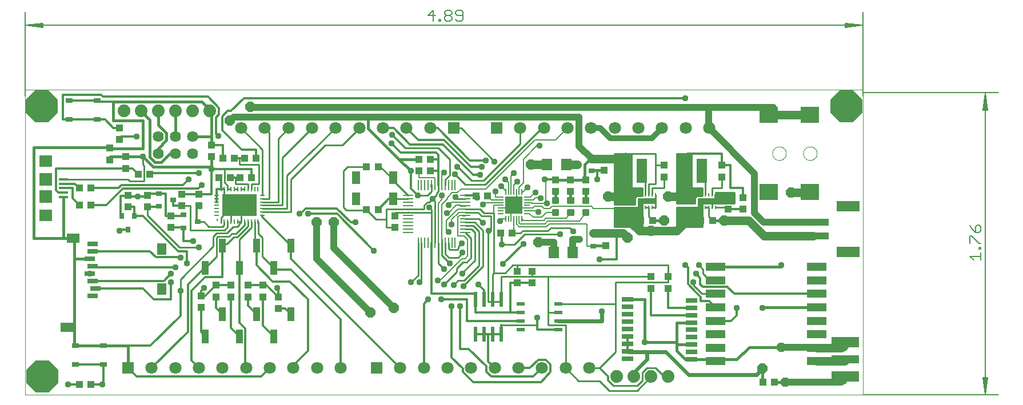
<source format=gtl>
G75*
%MOIN*%
%OFA0B0*%
%FSLAX25Y25*%
%IPPOS*%
%LPD*%
%AMOC8*
5,1,8,0,0,1.08239X$1,22.5*
%
%ADD10C,0.00000*%
%ADD11C,0.00512*%
%ADD12C,0.00600*%
%ADD13R,0.10630X0.06299*%
%ADD14R,0.04331X0.03937*%
%ADD15R,0.03937X0.04331*%
%ADD16C,0.01181*%
%ADD17R,0.06299X0.07087*%
%ADD18R,0.02362X0.08661*%
%ADD19C,0.06400*%
%ADD20C,0.07400*%
%ADD21R,0.07087X0.07087*%
%ADD22C,0.07087*%
%ADD23R,0.05512X0.01378*%
%ADD24R,0.07480X0.07087*%
%ADD25R,0.07480X0.07480*%
%ADD26R,0.18110X0.03937*%
%ADD27R,0.13386X0.06299*%
%ADD28R,0.05906X0.14173*%
%ADD29R,0.03543X0.03150*%
%ADD30R,0.03150X0.03543*%
%ADD31R,0.04724X0.02362*%
%ADD32R,0.07480X0.05512*%
%ADD33R,0.05512X0.07087*%
%ADD34R,0.05906X0.02756*%
%ADD35R,0.00984X0.01969*%
%ADD36R,0.09449X0.03307*%
%ADD37R,0.05118X0.07480*%
%ADD38R,0.07087X0.02756*%
%ADD39R,0.00984X0.02756*%
%ADD40R,0.02756X0.00984*%
%ADD41R,0.20472X0.12598*%
%ADD42R,0.00886X0.01673*%
%ADD43R,0.05906X0.01102*%
%ADD44R,0.01102X0.05906*%
%ADD45R,0.11811X0.04724*%
%ADD46R,0.00787X0.03346*%
%ADD47R,0.03346X0.00787*%
%ADD48R,0.10433X0.10433*%
%ADD49R,0.16000X0.06000*%
%ADD50R,0.16000X0.05000*%
%ADD51R,0.11024X0.09449*%
%ADD52R,0.04134X0.02559*%
%ADD53R,0.03937X0.07874*%
%ADD54C,0.01000*%
%ADD55C,0.00800*%
%ADD56OC8,0.03569*%
%ADD57C,0.01200*%
%ADD58OC8,0.05906*%
%ADD59C,0.05000*%
%ADD60C,0.02400*%
%ADD61C,0.04000*%
%ADD62C,0.01600*%
%ADD63OC8,0.05315*%
%ADD64C,0.03200*%
%ADD65OC8,0.18750*%
D10*
X0001256Y0009875D02*
X0001256Y0188103D01*
X0489957Y0188103D01*
X0489957Y0009875D01*
X0001256Y0009875D01*
X0437068Y0150813D02*
X0437070Y0150939D01*
X0437076Y0151065D01*
X0437086Y0151191D01*
X0437100Y0151317D01*
X0437118Y0151442D01*
X0437140Y0151566D01*
X0437165Y0151690D01*
X0437195Y0151813D01*
X0437228Y0151934D01*
X0437266Y0152055D01*
X0437307Y0152174D01*
X0437352Y0152293D01*
X0437400Y0152409D01*
X0437452Y0152524D01*
X0437508Y0152637D01*
X0437568Y0152749D01*
X0437631Y0152858D01*
X0437697Y0152966D01*
X0437766Y0153071D01*
X0437839Y0153174D01*
X0437916Y0153275D01*
X0437995Y0153373D01*
X0438077Y0153469D01*
X0438163Y0153562D01*
X0438251Y0153653D01*
X0438342Y0153740D01*
X0438436Y0153825D01*
X0438532Y0153906D01*
X0438631Y0153985D01*
X0438732Y0154060D01*
X0438836Y0154132D01*
X0438942Y0154201D01*
X0439050Y0154267D01*
X0439160Y0154329D01*
X0439272Y0154387D01*
X0439385Y0154442D01*
X0439501Y0154493D01*
X0439618Y0154541D01*
X0439736Y0154585D01*
X0439856Y0154625D01*
X0439977Y0154661D01*
X0440099Y0154694D01*
X0440222Y0154723D01*
X0440346Y0154747D01*
X0440470Y0154768D01*
X0440595Y0154785D01*
X0440721Y0154798D01*
X0440847Y0154807D01*
X0440973Y0154812D01*
X0441100Y0154813D01*
X0441226Y0154810D01*
X0441352Y0154803D01*
X0441478Y0154792D01*
X0441603Y0154777D01*
X0441728Y0154758D01*
X0441852Y0154735D01*
X0441976Y0154709D01*
X0442098Y0154678D01*
X0442220Y0154644D01*
X0442340Y0154605D01*
X0442459Y0154563D01*
X0442577Y0154518D01*
X0442693Y0154468D01*
X0442808Y0154415D01*
X0442920Y0154358D01*
X0443031Y0154298D01*
X0443140Y0154234D01*
X0443247Y0154167D01*
X0443352Y0154097D01*
X0443455Y0154023D01*
X0443555Y0153946D01*
X0443653Y0153866D01*
X0443748Y0153783D01*
X0443840Y0153697D01*
X0443930Y0153608D01*
X0444017Y0153516D01*
X0444100Y0153422D01*
X0444181Y0153325D01*
X0444259Y0153225D01*
X0444334Y0153123D01*
X0444405Y0153019D01*
X0444473Y0152912D01*
X0444537Y0152804D01*
X0444598Y0152693D01*
X0444656Y0152581D01*
X0444710Y0152467D01*
X0444760Y0152351D01*
X0444807Y0152234D01*
X0444850Y0152115D01*
X0444889Y0151995D01*
X0444925Y0151874D01*
X0444956Y0151751D01*
X0444984Y0151628D01*
X0445008Y0151504D01*
X0445028Y0151379D01*
X0445044Y0151254D01*
X0445056Y0151128D01*
X0445064Y0151002D01*
X0445068Y0150876D01*
X0445068Y0150750D01*
X0445064Y0150624D01*
X0445056Y0150498D01*
X0445044Y0150372D01*
X0445028Y0150247D01*
X0445008Y0150122D01*
X0444984Y0149998D01*
X0444956Y0149875D01*
X0444925Y0149752D01*
X0444889Y0149631D01*
X0444850Y0149511D01*
X0444807Y0149392D01*
X0444760Y0149275D01*
X0444710Y0149159D01*
X0444656Y0149045D01*
X0444598Y0148933D01*
X0444537Y0148822D01*
X0444473Y0148714D01*
X0444405Y0148607D01*
X0444334Y0148503D01*
X0444259Y0148401D01*
X0444181Y0148301D01*
X0444100Y0148204D01*
X0444017Y0148110D01*
X0443930Y0148018D01*
X0443840Y0147929D01*
X0443748Y0147843D01*
X0443653Y0147760D01*
X0443555Y0147680D01*
X0443455Y0147603D01*
X0443352Y0147529D01*
X0443247Y0147459D01*
X0443140Y0147392D01*
X0443031Y0147328D01*
X0442920Y0147268D01*
X0442808Y0147211D01*
X0442693Y0147158D01*
X0442577Y0147108D01*
X0442459Y0147063D01*
X0442340Y0147021D01*
X0442220Y0146982D01*
X0442098Y0146948D01*
X0441976Y0146917D01*
X0441852Y0146891D01*
X0441728Y0146868D01*
X0441603Y0146849D01*
X0441478Y0146834D01*
X0441352Y0146823D01*
X0441226Y0146816D01*
X0441100Y0146813D01*
X0440973Y0146814D01*
X0440847Y0146819D01*
X0440721Y0146828D01*
X0440595Y0146841D01*
X0440470Y0146858D01*
X0440346Y0146879D01*
X0440222Y0146903D01*
X0440099Y0146932D01*
X0439977Y0146965D01*
X0439856Y0147001D01*
X0439736Y0147041D01*
X0439618Y0147085D01*
X0439501Y0147133D01*
X0439385Y0147184D01*
X0439272Y0147239D01*
X0439160Y0147297D01*
X0439050Y0147359D01*
X0438942Y0147425D01*
X0438836Y0147494D01*
X0438732Y0147566D01*
X0438631Y0147641D01*
X0438532Y0147720D01*
X0438436Y0147801D01*
X0438342Y0147886D01*
X0438251Y0147973D01*
X0438163Y0148064D01*
X0438077Y0148157D01*
X0437995Y0148253D01*
X0437916Y0148351D01*
X0437839Y0148452D01*
X0437766Y0148555D01*
X0437697Y0148660D01*
X0437631Y0148768D01*
X0437568Y0148877D01*
X0437508Y0148989D01*
X0437452Y0149102D01*
X0437400Y0149217D01*
X0437352Y0149333D01*
X0437307Y0149452D01*
X0437266Y0149571D01*
X0437228Y0149692D01*
X0437195Y0149813D01*
X0437165Y0149936D01*
X0437140Y0150060D01*
X0437118Y0150184D01*
X0437100Y0150309D01*
X0437086Y0150435D01*
X0437076Y0150561D01*
X0437070Y0150687D01*
X0437068Y0150813D01*
X0455068Y0150813D02*
X0455070Y0150939D01*
X0455076Y0151065D01*
X0455086Y0151191D01*
X0455100Y0151317D01*
X0455118Y0151442D01*
X0455140Y0151566D01*
X0455165Y0151690D01*
X0455195Y0151813D01*
X0455228Y0151934D01*
X0455266Y0152055D01*
X0455307Y0152174D01*
X0455352Y0152293D01*
X0455400Y0152409D01*
X0455452Y0152524D01*
X0455508Y0152637D01*
X0455568Y0152749D01*
X0455631Y0152858D01*
X0455697Y0152966D01*
X0455766Y0153071D01*
X0455839Y0153174D01*
X0455916Y0153275D01*
X0455995Y0153373D01*
X0456077Y0153469D01*
X0456163Y0153562D01*
X0456251Y0153653D01*
X0456342Y0153740D01*
X0456436Y0153825D01*
X0456532Y0153906D01*
X0456631Y0153985D01*
X0456732Y0154060D01*
X0456836Y0154132D01*
X0456942Y0154201D01*
X0457050Y0154267D01*
X0457160Y0154329D01*
X0457272Y0154387D01*
X0457385Y0154442D01*
X0457501Y0154493D01*
X0457618Y0154541D01*
X0457736Y0154585D01*
X0457856Y0154625D01*
X0457977Y0154661D01*
X0458099Y0154694D01*
X0458222Y0154723D01*
X0458346Y0154747D01*
X0458470Y0154768D01*
X0458595Y0154785D01*
X0458721Y0154798D01*
X0458847Y0154807D01*
X0458973Y0154812D01*
X0459100Y0154813D01*
X0459226Y0154810D01*
X0459352Y0154803D01*
X0459478Y0154792D01*
X0459603Y0154777D01*
X0459728Y0154758D01*
X0459852Y0154735D01*
X0459976Y0154709D01*
X0460098Y0154678D01*
X0460220Y0154644D01*
X0460340Y0154605D01*
X0460459Y0154563D01*
X0460577Y0154518D01*
X0460693Y0154468D01*
X0460808Y0154415D01*
X0460920Y0154358D01*
X0461031Y0154298D01*
X0461140Y0154234D01*
X0461247Y0154167D01*
X0461352Y0154097D01*
X0461455Y0154023D01*
X0461555Y0153946D01*
X0461653Y0153866D01*
X0461748Y0153783D01*
X0461840Y0153697D01*
X0461930Y0153608D01*
X0462017Y0153516D01*
X0462100Y0153422D01*
X0462181Y0153325D01*
X0462259Y0153225D01*
X0462334Y0153123D01*
X0462405Y0153019D01*
X0462473Y0152912D01*
X0462537Y0152804D01*
X0462598Y0152693D01*
X0462656Y0152581D01*
X0462710Y0152467D01*
X0462760Y0152351D01*
X0462807Y0152234D01*
X0462850Y0152115D01*
X0462889Y0151995D01*
X0462925Y0151874D01*
X0462956Y0151751D01*
X0462984Y0151628D01*
X0463008Y0151504D01*
X0463028Y0151379D01*
X0463044Y0151254D01*
X0463056Y0151128D01*
X0463064Y0151002D01*
X0463068Y0150876D01*
X0463068Y0150750D01*
X0463064Y0150624D01*
X0463056Y0150498D01*
X0463044Y0150372D01*
X0463028Y0150247D01*
X0463008Y0150122D01*
X0462984Y0149998D01*
X0462956Y0149875D01*
X0462925Y0149752D01*
X0462889Y0149631D01*
X0462850Y0149511D01*
X0462807Y0149392D01*
X0462760Y0149275D01*
X0462710Y0149159D01*
X0462656Y0149045D01*
X0462598Y0148933D01*
X0462537Y0148822D01*
X0462473Y0148714D01*
X0462405Y0148607D01*
X0462334Y0148503D01*
X0462259Y0148401D01*
X0462181Y0148301D01*
X0462100Y0148204D01*
X0462017Y0148110D01*
X0461930Y0148018D01*
X0461840Y0147929D01*
X0461748Y0147843D01*
X0461653Y0147760D01*
X0461555Y0147680D01*
X0461455Y0147603D01*
X0461352Y0147529D01*
X0461247Y0147459D01*
X0461140Y0147392D01*
X0461031Y0147328D01*
X0460920Y0147268D01*
X0460808Y0147211D01*
X0460693Y0147158D01*
X0460577Y0147108D01*
X0460459Y0147063D01*
X0460340Y0147021D01*
X0460220Y0146982D01*
X0460098Y0146948D01*
X0459976Y0146917D01*
X0459852Y0146891D01*
X0459728Y0146868D01*
X0459603Y0146849D01*
X0459478Y0146834D01*
X0459352Y0146823D01*
X0459226Y0146816D01*
X0459100Y0146813D01*
X0458973Y0146814D01*
X0458847Y0146819D01*
X0458721Y0146828D01*
X0458595Y0146841D01*
X0458470Y0146858D01*
X0458346Y0146879D01*
X0458222Y0146903D01*
X0458099Y0146932D01*
X0457977Y0146965D01*
X0457856Y0147001D01*
X0457736Y0147041D01*
X0457618Y0147085D01*
X0457501Y0147133D01*
X0457385Y0147184D01*
X0457272Y0147239D01*
X0457160Y0147297D01*
X0457050Y0147359D01*
X0456942Y0147425D01*
X0456836Y0147494D01*
X0456732Y0147566D01*
X0456631Y0147641D01*
X0456532Y0147720D01*
X0456436Y0147801D01*
X0456342Y0147886D01*
X0456251Y0147973D01*
X0456163Y0148064D01*
X0456077Y0148157D01*
X0455995Y0148253D01*
X0455916Y0148351D01*
X0455839Y0148452D01*
X0455766Y0148555D01*
X0455697Y0148660D01*
X0455631Y0148768D01*
X0455568Y0148877D01*
X0455508Y0148989D01*
X0455452Y0149102D01*
X0455400Y0149217D01*
X0455352Y0149333D01*
X0455307Y0149452D01*
X0455266Y0149571D01*
X0455228Y0149692D01*
X0455195Y0149813D01*
X0455165Y0149936D01*
X0455140Y0150060D01*
X0455118Y0150184D01*
X0455100Y0150309D01*
X0455086Y0150435D01*
X0455076Y0150561D01*
X0455070Y0150687D01*
X0455068Y0150813D01*
D11*
X0489957Y0184353D02*
X0489957Y0233177D01*
X0489701Y0225500D02*
X0479720Y0226524D01*
X0479720Y0226757D02*
X0479720Y0224243D01*
X0489701Y0225500D01*
X0479720Y0224476D01*
X0479720Y0224988D02*
X0489701Y0225500D01*
X0479720Y0226012D01*
X0479720Y0226757D02*
X0489701Y0225500D01*
X0001512Y0225500D01*
X0011492Y0224476D01*
X0011492Y0224243D02*
X0001512Y0225500D01*
X0011492Y0226524D01*
X0011492Y0226757D02*
X0011492Y0224243D01*
X0011492Y0224988D02*
X0001512Y0225500D01*
X0011492Y0226012D01*
X0011492Y0226757D02*
X0001512Y0225500D01*
X0001256Y0233177D02*
X0001256Y0184353D01*
X0489957Y0186228D02*
X0568933Y0186228D01*
X0561256Y0185972D02*
X0562280Y0175992D01*
X0562513Y0175992D02*
X0561256Y0185972D01*
X0560232Y0175992D01*
X0559999Y0175992D02*
X0562513Y0175992D01*
X0561768Y0175992D02*
X0561256Y0185972D01*
X0560744Y0175992D01*
X0559999Y0175992D02*
X0561256Y0185972D01*
X0561256Y0010131D01*
X0562280Y0020111D01*
X0562513Y0020111D02*
X0561256Y0010131D01*
X0560232Y0020111D01*
X0559999Y0020111D02*
X0562513Y0020111D01*
X0561768Y0020111D02*
X0561256Y0010131D01*
X0560744Y0020111D01*
X0559999Y0020111D02*
X0561256Y0010131D01*
X0568933Y0009875D02*
X0489957Y0009875D01*
D12*
X0554424Y0088600D02*
X0552289Y0090735D01*
X0558694Y0090735D01*
X0558694Y0088600D02*
X0558694Y0092870D01*
X0558694Y0095045D02*
X0558694Y0096113D01*
X0557627Y0096113D01*
X0557627Y0095045D01*
X0558694Y0095045D01*
X0558694Y0098268D02*
X0557627Y0098268D01*
X0553356Y0102539D01*
X0552289Y0102539D01*
X0552289Y0098268D01*
X0555491Y0104714D02*
X0555491Y0107916D01*
X0556559Y0108984D01*
X0557627Y0108984D01*
X0558694Y0107916D01*
X0558694Y0105781D01*
X0557627Y0104714D01*
X0555491Y0104714D01*
X0553356Y0106849D01*
X0552289Y0108984D01*
X0256539Y0229129D02*
X0255471Y0228062D01*
X0253336Y0228062D01*
X0252268Y0229129D01*
X0250093Y0229129D02*
X0249026Y0228062D01*
X0246890Y0228062D01*
X0245823Y0229129D01*
X0245823Y0230197D01*
X0246890Y0231265D01*
X0249026Y0231265D01*
X0250093Y0230197D01*
X0250093Y0229129D01*
X0249026Y0231265D02*
X0250093Y0232332D01*
X0250093Y0233400D01*
X0249026Y0234467D01*
X0246890Y0234467D01*
X0245823Y0233400D01*
X0245823Y0232332D01*
X0246890Y0231265D01*
X0243668Y0229129D02*
X0243668Y0228062D01*
X0242600Y0228062D01*
X0242600Y0229129D01*
X0243668Y0229129D01*
X0240425Y0231265D02*
X0236155Y0231265D01*
X0239357Y0234467D01*
X0239357Y0228062D01*
X0252268Y0232332D02*
X0252268Y0233400D01*
X0253336Y0234467D01*
X0255471Y0234467D01*
X0256539Y0233400D01*
X0256539Y0229129D01*
X0256539Y0231265D02*
X0253336Y0231265D01*
X0252268Y0232332D01*
D13*
X0351256Y0124762D03*
X0351256Y0113738D03*
X0386256Y0113738D03*
X0386256Y0124762D03*
D14*
X0373756Y0137154D03*
X0373756Y0143846D03*
X0407506Y0143846D03*
X0407506Y0137154D03*
X0411256Y0125096D03*
X0420006Y0125096D03*
X0420006Y0118404D03*
X0411256Y0118404D03*
X0402102Y0111750D03*
X0395409Y0111750D03*
X0367102Y0111750D03*
X0360409Y0111750D03*
X0340006Y0103846D03*
X0340006Y0097154D03*
X0366256Y0078846D03*
X0376256Y0078846D03*
X0376256Y0072154D03*
X0366256Y0072154D03*
X0296881Y0075279D03*
X0288131Y0075279D03*
X0288131Y0081971D03*
X0296881Y0081971D03*
X0207102Y0118000D03*
X0200409Y0118000D03*
X0231034Y0140500D03*
X0237727Y0140500D03*
X0237727Y0147375D03*
X0231034Y0147375D03*
X0207102Y0143000D03*
X0200409Y0143000D03*
X0102506Y0126971D03*
X0092506Y0126971D03*
X0092506Y0120279D03*
X0102506Y0120279D03*
X0086256Y0114471D03*
X0086256Y0107779D03*
X0072506Y0119654D03*
X0061256Y0119654D03*
X0061256Y0126346D03*
X0072506Y0126346D03*
X0060006Y0142154D03*
X0060006Y0148846D03*
X0056256Y0159029D03*
X0056256Y0165721D03*
X0310631Y0135409D03*
X0310631Y0128716D03*
X0319381Y0128716D03*
X0328131Y0128716D03*
X0328131Y0135409D03*
X0319381Y0135409D03*
X0338756Y0140904D03*
X0338756Y0147596D03*
X0431659Y0017375D03*
X0438352Y0017375D03*
D15*
X0285227Y0104250D03*
X0278534Y0104250D03*
X0270852Y0126125D03*
X0264159Y0126125D03*
X0216881Y0114471D03*
X0216881Y0107779D03*
X0140006Y0073846D03*
X0131256Y0073846D03*
X0121256Y0073846D03*
X0112506Y0073846D03*
X0112506Y0067154D03*
X0103756Y0067596D03*
X0103756Y0060904D03*
X0121256Y0067154D03*
X0131256Y0067154D03*
X0140006Y0067154D03*
X0148756Y0066971D03*
X0148756Y0060279D03*
X0039602Y0016125D03*
X0032909Y0016125D03*
X0032909Y0120500D03*
X0039602Y0120500D03*
X0039602Y0130500D03*
X0032909Y0130500D03*
X0067284Y0138625D03*
X0073977Y0138625D03*
X0050631Y0147154D03*
X0050631Y0153846D03*
X0110006Y0155721D03*
X0110006Y0149029D03*
X0116659Y0148000D03*
X0123352Y0148000D03*
X0129159Y0148000D03*
X0135852Y0148000D03*
X0133352Y0136750D03*
X0126659Y0136750D03*
X0120852Y0136750D03*
X0114159Y0136750D03*
D16*
X0309253Y0124706D02*
X0312009Y0124706D01*
X0312009Y0121950D01*
X0309253Y0121950D01*
X0309253Y0124706D01*
X0309253Y0123130D02*
X0312009Y0123130D01*
X0312009Y0124310D02*
X0309253Y0124310D01*
X0318003Y0124706D02*
X0320759Y0124706D01*
X0320759Y0121950D01*
X0318003Y0121950D01*
X0318003Y0124706D01*
X0318003Y0123130D02*
X0320759Y0123130D01*
X0320759Y0124310D02*
X0318003Y0124310D01*
X0326753Y0124706D02*
X0329509Y0124706D01*
X0329509Y0121950D01*
X0326753Y0121950D01*
X0326753Y0124706D01*
X0326753Y0123130D02*
X0329509Y0123130D01*
X0329509Y0124310D02*
X0326753Y0124310D01*
X0326753Y0117800D02*
X0329509Y0117800D01*
X0329509Y0115044D01*
X0326753Y0115044D01*
X0326753Y0117800D01*
X0326753Y0116224D02*
X0329509Y0116224D01*
X0329509Y0117404D02*
X0326753Y0117404D01*
X0320759Y0117800D02*
X0318003Y0117800D01*
X0320759Y0117800D02*
X0320759Y0115044D01*
X0318003Y0115044D01*
X0318003Y0117800D01*
X0318003Y0116224D02*
X0320759Y0116224D01*
X0320759Y0117404D02*
X0318003Y0117404D01*
X0312009Y0117800D02*
X0309253Y0117800D01*
X0312009Y0117800D02*
X0312009Y0115044D01*
X0309253Y0115044D01*
X0309253Y0117800D01*
X0309253Y0116224D02*
X0312009Y0116224D01*
X0312009Y0117404D02*
X0309253Y0117404D01*
D17*
X0309494Y0093000D03*
X0320518Y0093000D03*
X0316768Y0144250D03*
X0305744Y0144250D03*
D18*
X0278756Y0065736D03*
X0273756Y0065736D03*
X0268756Y0065736D03*
X0263756Y0065736D03*
X0263756Y0045264D03*
X0268756Y0045264D03*
X0273756Y0045264D03*
X0278756Y0045264D03*
D19*
X0098756Y0150500D03*
X0088756Y0150500D03*
X0078756Y0150500D03*
X0078756Y0160500D03*
X0088756Y0160500D03*
X0098756Y0160500D03*
D20*
X0098756Y0175500D03*
X0108756Y0175500D03*
X0088756Y0175500D03*
X0078756Y0175500D03*
X0068756Y0175500D03*
X0058756Y0175500D03*
X0346256Y0020500D03*
X0356256Y0020500D03*
X0366256Y0020500D03*
X0376256Y0020500D03*
D21*
X0206256Y0025500D03*
X0061256Y0025500D03*
X0251256Y0165500D03*
X0276256Y0165500D03*
D22*
X0290035Y0165500D03*
X0303815Y0165500D03*
X0317594Y0165500D03*
X0331374Y0165500D03*
X0345154Y0165500D03*
X0358933Y0165500D03*
X0372713Y0165500D03*
X0386492Y0165500D03*
X0400272Y0165500D03*
X0237476Y0165500D03*
X0223697Y0165500D03*
X0209917Y0165500D03*
X0196138Y0165500D03*
X0182358Y0165500D03*
X0168579Y0165500D03*
X0154799Y0165500D03*
X0141020Y0165500D03*
X0127240Y0165500D03*
X0130154Y0025500D03*
X0116374Y0025500D03*
X0102594Y0025500D03*
X0088815Y0025500D03*
X0075035Y0025500D03*
X0143933Y0025500D03*
X0157713Y0025500D03*
X0171492Y0025500D03*
X0185272Y0025500D03*
X0220035Y0025500D03*
X0233815Y0025500D03*
X0247594Y0025500D03*
X0261374Y0025500D03*
X0275154Y0025500D03*
X0288933Y0025500D03*
X0302713Y0025500D03*
X0316492Y0025500D03*
X0330272Y0025500D03*
D23*
X0023564Y0125382D03*
X0023564Y0127941D03*
X0023564Y0130500D03*
X0023564Y0133059D03*
X0023564Y0135618D03*
D24*
X0013131Y0146248D03*
X0013131Y0114752D03*
D25*
X0013131Y0125500D03*
X0013131Y0135500D03*
D26*
X0460751Y0110687D03*
X0460751Y0102813D03*
D27*
X0481224Y0093364D03*
X0481224Y0120136D03*
D28*
X0395783Y0140500D03*
X0386728Y0140500D03*
X0360783Y0140500D03*
X0351728Y0140500D03*
D29*
X0331443Y0140510D03*
X0323175Y0144250D03*
X0331443Y0147990D03*
X0332693Y0104240D03*
X0324425Y0100500D03*
X0332693Y0096760D03*
X0101837Y0111125D03*
X0093569Y0107385D03*
X0093569Y0114865D03*
X0087462Y0123625D03*
X0079194Y0127365D03*
X0079194Y0119885D03*
D30*
X0064996Y0114437D03*
X0057516Y0114437D03*
X0061256Y0106169D03*
D31*
X0290232Y0063000D03*
X0290232Y0058000D03*
X0290232Y0053000D03*
X0290232Y0048000D03*
X0312280Y0048000D03*
X0312280Y0053000D03*
X0312280Y0058000D03*
X0312280Y0063000D03*
D32*
X0029199Y0101425D03*
X0025656Y0049457D03*
D33*
X0080774Y0071504D03*
X0080774Y0095126D03*
D34*
X0040616Y0093551D03*
X0040616Y0097882D03*
X0039041Y0089220D03*
X0040616Y0084890D03*
X0039041Y0080559D03*
X0040616Y0076228D03*
X0042191Y0071898D03*
X0040616Y0067567D03*
D35*
X0361069Y0119260D03*
X0363037Y0119260D03*
X0365006Y0119260D03*
X0366974Y0119260D03*
X0368943Y0119260D03*
X0368943Y0126740D03*
X0366974Y0126740D03*
X0365006Y0126740D03*
X0363037Y0126740D03*
X0361069Y0126740D03*
X0396069Y0126740D03*
X0398037Y0126740D03*
X0400006Y0126740D03*
X0401974Y0126740D03*
X0403943Y0126740D03*
X0403943Y0119260D03*
X0401974Y0119260D03*
X0400006Y0119260D03*
X0398037Y0119260D03*
X0396069Y0119260D03*
D36*
X0400006Y0123000D03*
X0365006Y0123000D03*
D37*
X0215833Y0124201D03*
X0194179Y0124201D03*
X0194179Y0136799D03*
X0215833Y0136799D03*
D38*
X0352555Y0065500D03*
X0352555Y0061169D03*
X0352555Y0056839D03*
X0352555Y0052508D03*
X0352555Y0048177D03*
X0352555Y0043846D03*
X0352555Y0039516D03*
X0352555Y0035185D03*
X0352555Y0030854D03*
X0389957Y0030500D03*
X0389957Y0034831D03*
X0389957Y0039161D03*
X0389957Y0043492D03*
X0389957Y0047823D03*
X0389957Y0052154D03*
X0389957Y0056484D03*
X0389957Y0060815D03*
X0389957Y0065146D03*
D39*
X0137083Y0111051D03*
X0135114Y0111051D03*
X0133146Y0111051D03*
X0131177Y0111051D03*
X0129209Y0111051D03*
X0127240Y0111051D03*
X0125272Y0111051D03*
X0123303Y0111051D03*
X0121335Y0111051D03*
X0119366Y0111051D03*
X0117398Y0111051D03*
X0115429Y0111051D03*
X0115429Y0129949D03*
X0117398Y0129949D03*
X0119366Y0129949D03*
X0121335Y0129949D03*
X0123303Y0129949D03*
X0125272Y0129949D03*
X0127240Y0129949D03*
X0129209Y0129949D03*
X0131177Y0129949D03*
X0133146Y0129949D03*
X0135114Y0129949D03*
X0137083Y0129949D03*
D40*
X0139642Y0126406D03*
X0139642Y0124437D03*
X0139642Y0122469D03*
X0139642Y0120500D03*
X0139642Y0118531D03*
X0139642Y0116563D03*
X0139642Y0114594D03*
X0112870Y0114594D03*
X0112870Y0116563D03*
X0112870Y0118531D03*
X0112870Y0120500D03*
X0112870Y0122469D03*
X0112870Y0124437D03*
X0112870Y0126406D03*
D41*
X0126256Y0120500D03*
D42*
X0113411Y0111986D03*
D43*
X0224524Y0112547D03*
X0224524Y0110579D03*
X0224524Y0108610D03*
X0224524Y0106642D03*
X0224524Y0104673D03*
X0224524Y0114516D03*
X0224524Y0116484D03*
X0224524Y0118453D03*
X0224524Y0120421D03*
X0224524Y0122390D03*
X0224524Y0124358D03*
X0224524Y0126327D03*
X0257988Y0126327D03*
X0257988Y0124358D03*
X0257988Y0122390D03*
X0257988Y0120421D03*
X0257988Y0118453D03*
X0257988Y0116484D03*
X0257988Y0114516D03*
X0257988Y0112547D03*
X0257988Y0110579D03*
X0257988Y0108610D03*
X0257988Y0106642D03*
X0257988Y0104673D03*
D44*
X0252083Y0098768D03*
X0250114Y0098768D03*
X0248146Y0098768D03*
X0246177Y0098768D03*
X0244209Y0098768D03*
X0242240Y0098768D03*
X0240272Y0098768D03*
X0238303Y0098768D03*
X0236335Y0098768D03*
X0234366Y0098768D03*
X0232398Y0098768D03*
X0230429Y0098768D03*
X0230429Y0132232D03*
X0232398Y0132232D03*
X0234366Y0132232D03*
X0236335Y0132232D03*
X0238303Y0132232D03*
X0240272Y0132232D03*
X0242240Y0132232D03*
X0244209Y0132232D03*
X0246177Y0132232D03*
X0248146Y0132232D03*
X0250114Y0132232D03*
X0252083Y0132232D03*
D45*
X0403916Y0084622D03*
X0403916Y0076748D03*
X0403916Y0068874D03*
X0403916Y0061000D03*
X0403916Y0053125D03*
X0403916Y0045251D03*
X0403916Y0037377D03*
X0403916Y0029503D03*
X0462971Y0029503D03*
X0462971Y0037377D03*
X0462971Y0045251D03*
X0462971Y0053125D03*
X0462971Y0061000D03*
X0462971Y0068874D03*
X0462971Y0076748D03*
X0462971Y0084622D03*
D46*
X0290980Y0112724D03*
X0289406Y0112724D03*
X0287831Y0112724D03*
X0286256Y0112724D03*
X0284681Y0112724D03*
X0283106Y0112724D03*
X0281531Y0112724D03*
X0281531Y0128276D03*
X0283106Y0128276D03*
X0284681Y0128276D03*
X0286256Y0128276D03*
X0287831Y0128276D03*
X0289406Y0128276D03*
X0290980Y0128276D03*
D47*
X0294031Y0125224D03*
X0294031Y0123650D03*
X0294031Y0122075D03*
X0294031Y0120500D03*
X0294031Y0118925D03*
X0294031Y0117350D03*
X0294031Y0115776D03*
X0278480Y0115776D03*
X0278480Y0117350D03*
X0278480Y0118925D03*
X0278480Y0120500D03*
X0278480Y0122075D03*
X0278480Y0123650D03*
X0278480Y0125224D03*
D48*
X0286256Y0120500D03*
D49*
X0479506Y0040500D03*
X0479506Y0020500D03*
D50*
X0479506Y0030500D03*
D51*
X0459068Y0128372D03*
X0435053Y0128372D03*
X0435053Y0173253D03*
X0459068Y0173253D03*
D52*
X0046925Y0038512D03*
X0030587Y0038512D03*
X0030587Y0027488D03*
X0046925Y0027488D03*
X0043175Y0170613D03*
X0026837Y0170613D03*
X0026837Y0181637D03*
X0043175Y0181637D03*
D53*
X0116256Y0096996D03*
X0136256Y0096996D03*
X0156256Y0096996D03*
X0146256Y0084004D03*
X0126256Y0084004D03*
X0106256Y0084004D03*
X0116256Y0056996D03*
X0136256Y0056996D03*
X0156256Y0056996D03*
X0146256Y0044004D03*
X0126256Y0044004D03*
X0106256Y0044004D03*
D54*
X0091756Y0070500D02*
X0091756Y0077389D01*
X0110887Y0096521D01*
X0110887Y0102341D01*
X0112796Y0104250D01*
X0118756Y0104250D01*
X0122506Y0108000D01*
X0125006Y0108000D01*
X0126256Y0109250D01*
X0126256Y0111051D01*
X0127240Y0111051D01*
X0127240Y0119516D01*
X0122626Y0120500D02*
X0115429Y0113304D01*
X0115429Y0111051D01*
X0117398Y0111051D02*
X0117398Y0109142D01*
X0116256Y0108000D01*
X0108131Y0108000D01*
X0105631Y0111125D01*
X0101837Y0111125D01*
X0097506Y0106125D02*
X0117506Y0106125D01*
X0119381Y0108000D01*
X0119381Y0111036D01*
X0119366Y0111051D01*
X0121335Y0111051D02*
X0121335Y0115421D01*
X0125272Y0111051D02*
X0126256Y0111051D01*
X0129132Y0110975D02*
X0129209Y0111051D01*
X0129132Y0110975D02*
X0129132Y0109093D01*
X0124164Y0104125D01*
X0121798Y0104125D01*
X0120006Y0102333D01*
X0113708Y0102333D01*
X0112887Y0101513D01*
X0112887Y0090635D01*
X0106256Y0084004D01*
X0126256Y0084004D02*
X0126256Y0100560D01*
X0133209Y0107513D01*
X0133209Y0110128D01*
X0133146Y0110191D01*
X0133146Y0111051D01*
X0131209Y0111020D02*
X0131177Y0111051D01*
X0131209Y0111020D02*
X0131209Y0108341D01*
X0124992Y0102125D01*
X0122881Y0102125D01*
X0118756Y0098000D01*
X0117260Y0098000D01*
X0116256Y0096996D01*
X0102506Y0096125D02*
X0091179Y0096125D01*
X0072506Y0114798D01*
X0072506Y0119654D01*
X0092506Y0120279D02*
X0097506Y0120279D01*
X0097506Y0106125D01*
X0117398Y0120500D02*
X0117398Y0129949D01*
X0119366Y0129949D02*
X0121335Y0129949D01*
X0123303Y0129949D02*
X0125272Y0129949D01*
X0127240Y0129949D02*
X0129209Y0129949D01*
X0131177Y0129949D02*
X0131177Y0133000D01*
X0123756Y0133000D01*
X0123756Y0136750D01*
X0119366Y0132077D02*
X0117506Y0133938D01*
X0117506Y0141750D01*
X0126256Y0144250D02*
X0126256Y0148000D01*
X0126256Y0144250D02*
X0137506Y0144250D01*
X0137506Y0133000D01*
X0133131Y0133000D01*
X0133131Y0129949D01*
X0133146Y0129949D01*
X0139642Y0126406D02*
X0139642Y0153098D01*
X0127240Y0165500D01*
X0141020Y0165500D02*
X0143520Y0163000D01*
X0143520Y0124437D01*
X0139642Y0124437D01*
X0139642Y0122469D02*
X0148756Y0122469D01*
X0148756Y0159457D01*
X0154799Y0165500D01*
X0168579Y0165500D02*
X0151256Y0148177D01*
X0151256Y0120500D01*
X0139642Y0120500D01*
X0139642Y0118531D02*
X0153756Y0118531D01*
X0153756Y0138000D01*
X0182358Y0165500D01*
X0186256Y0155618D02*
X0196138Y0165500D01*
X0215395Y0161530D02*
X0222987Y0153938D01*
X0242193Y0153938D01*
X0248756Y0147375D01*
X0248756Y0138000D01*
X0246160Y0135716D01*
X0246160Y0132250D01*
X0246177Y0132232D01*
X0242240Y0132232D02*
X0242240Y0128653D01*
X0241303Y0127715D01*
X0241303Y0126797D01*
X0238756Y0124250D01*
X0240272Y0122734D01*
X0240272Y0098768D01*
X0242209Y0098736D02*
X0242209Y0086703D01*
X0245599Y0083313D01*
X0253027Y0083729D02*
X0253027Y0081646D01*
X0245631Y0074250D01*
X0251256Y0074131D02*
X0253690Y0076566D01*
X0257121Y0076566D01*
X0265778Y0085223D01*
X0265778Y0105273D01*
X0262458Y0108593D01*
X0258006Y0108593D01*
X0257988Y0108610D01*
X0258067Y0110500D02*
X0257988Y0110579D01*
X0258067Y0110500D02*
X0263443Y0110500D01*
X0268318Y0105625D01*
X0268318Y0085063D01*
X0256881Y0073625D01*
X0256256Y0080500D02*
X0256256Y0081422D01*
X0263591Y0088444D01*
X0263591Y0104632D01*
X0261581Y0106642D01*
X0257988Y0106642D01*
X0257988Y0104673D02*
X0261256Y0101406D01*
X0261256Y0089875D01*
X0261302Y0089875D01*
X0258877Y0087450D01*
X0256748Y0087450D01*
X0253027Y0083729D01*
X0248865Y0086625D02*
X0244209Y0091281D01*
X0244209Y0098768D01*
X0244209Y0100754D01*
X0244223Y0100768D01*
X0246177Y0098768D02*
X0246194Y0098750D01*
X0246194Y0095235D01*
X0246256Y0092049D01*
X0248430Y0089875D01*
X0253756Y0089875D01*
X0256256Y0093000D01*
X0253934Y0095276D02*
X0253172Y0094515D01*
X0249025Y0094515D01*
X0248263Y0095276D01*
X0248263Y0098650D01*
X0248146Y0098768D01*
X0242240Y0098767D02*
X0242230Y0098765D01*
X0242222Y0098761D01*
X0242215Y0098754D01*
X0242211Y0098746D01*
X0242209Y0098736D01*
X0238303Y0098768D02*
X0238303Y0116484D01*
X0224524Y0116484D01*
X0216881Y0116484D01*
X0216881Y0114471D01*
X0211881Y0112375D02*
X0211881Y0107779D01*
X0216881Y0107779D01*
X0211881Y0112375D02*
X0206034Y0112375D01*
X0200409Y0118000D01*
X0200799Y0117611D02*
X0188457Y0117611D01*
X0186895Y0119173D01*
X0186895Y0140577D01*
X0189318Y0143000D01*
X0200409Y0143000D01*
X0208352Y0142980D02*
X0215833Y0135500D01*
X0215833Y0135018D02*
X0224524Y0126327D01*
X0224524Y0124358D02*
X0224506Y0124341D01*
X0220991Y0124341D01*
X0220851Y0124201D01*
X0215833Y0124201D01*
X0211881Y0118453D02*
X0211881Y0112375D01*
X0211881Y0118453D02*
X0224524Y0118453D01*
X0233756Y0118453D01*
X0233969Y0118666D01*
X0233969Y0120528D01*
X0235776Y0122334D01*
X0236840Y0122334D01*
X0238756Y0124250D01*
X0235882Y0126437D02*
X0230178Y0126437D01*
X0235882Y0126437D02*
X0238186Y0128741D01*
X0238186Y0132115D01*
X0238303Y0132232D01*
X0251881Y0138625D02*
X0257853Y0132653D01*
X0269718Y0132653D01*
X0302565Y0165500D01*
X0303815Y0165500D01*
X0290035Y0165500D02*
X0290035Y0156424D01*
X0268621Y0135010D01*
X0261513Y0135010D01*
X0253185Y0143337D01*
X0253343Y0143025D01*
X0275006Y0146125D02*
X0255631Y0165500D01*
X0251256Y0165500D01*
X0186256Y0155618D02*
X0186256Y0155500D01*
X0176256Y0155500D01*
X0156256Y0135500D01*
X0156256Y0116563D01*
X0139642Y0116563D01*
X0137209Y0111051D02*
X0137209Y0110500D01*
X0137209Y0103929D01*
X0139624Y0101513D01*
X0139624Y0090635D01*
X0146256Y0084004D01*
X0135114Y0098138D02*
X0135114Y0111051D01*
X0119366Y0129949D02*
X0119366Y0132077D01*
X0070631Y0134563D02*
X0070631Y0143625D01*
X0070006Y0144250D01*
X0070006Y0148938D01*
X0070631Y0134563D02*
X0062193Y0134563D01*
X0061138Y0135618D01*
X0023564Y0135618D01*
X0224524Y0116484D02*
X0224541Y0116502D01*
X0233941Y0120500D02*
X0233969Y0120528D01*
X0237053Y0119250D02*
X0238303Y0118000D01*
X0238303Y0116484D01*
X0254848Y0120500D02*
X0254927Y0120421D01*
X0257988Y0120421D01*
X0257988Y0118453D02*
X0266428Y0118453D01*
X0268756Y0116125D01*
X0274693Y0116125D01*
X0274693Y0081125D01*
X0273756Y0080188D01*
X0273756Y0065736D01*
X0271256Y0064250D02*
X0271256Y0105247D01*
X0271509Y0105500D01*
X0272818Y0105500D01*
X0272818Y0114250D01*
X0267506Y0114250D01*
X0265272Y0116484D01*
X0257988Y0116484D01*
X0257988Y0114516D02*
X0256273Y0114516D01*
X0256256Y0114498D01*
X0257146Y0114498D01*
X0257988Y0112547D02*
X0265771Y0112547D01*
X0268131Y0110187D01*
X0286256Y0104250D02*
X0290006Y0104250D01*
X0291465Y0105710D01*
X0306038Y0105710D01*
X0307765Y0107437D01*
X0318781Y0107437D01*
X0320943Y0105187D01*
X0313131Y0103625D02*
X0292506Y0103625D01*
X0286568Y0097687D01*
X0279159Y0097687D01*
X0255898Y0098437D02*
X0253934Y0096473D01*
X0253934Y0095276D01*
X0232398Y0098768D02*
X0232398Y0076642D01*
X0231256Y0075500D01*
X0230429Y0079673D02*
X0226256Y0075500D01*
X0230429Y0079673D02*
X0230429Y0098768D01*
X0274693Y0081125D02*
X0281256Y0081125D01*
X0285631Y0085500D01*
X0288131Y0085500D01*
X0288131Y0081971D01*
X0288131Y0085500D02*
X0376256Y0085500D01*
X0376256Y0078846D01*
X0376256Y0075522D01*
X0376254Y0075514D01*
X0376250Y0075506D01*
X0376242Y0075502D01*
X0376234Y0075500D01*
X0345631Y0075500D01*
X0345631Y0063000D01*
X0345631Y0034875D01*
X0336256Y0025500D01*
X0341156Y0020600D01*
X0341156Y0018388D02*
X0344143Y0015400D01*
X0358368Y0015400D01*
X0361256Y0018288D01*
X0361256Y0023000D01*
X0363756Y0025500D01*
X0368756Y0025500D01*
X0373756Y0020500D01*
X0366256Y0020500D02*
X0358131Y0012375D01*
X0341881Y0012375D01*
X0336256Y0018000D01*
X0323992Y0018000D01*
X0316492Y0025500D01*
X0316492Y0050500D01*
X0306256Y0050500D01*
X0306256Y0058000D01*
X0306256Y0078846D01*
X0296881Y0078846D01*
X0296881Y0081971D01*
X0296881Y0078846D02*
X0278756Y0078846D01*
X0278756Y0065736D01*
X0278756Y0064250D01*
X0271256Y0064250D01*
X0278756Y0050500D02*
X0300006Y0050500D01*
X0306256Y0058000D02*
X0312280Y0058000D01*
X0312280Y0063000D02*
X0345631Y0063000D01*
X0366256Y0078846D02*
X0306256Y0078846D01*
X0345006Y0108040D02*
X0345006Y0119250D01*
X0358756Y0119250D01*
X0358756Y0124250D01*
X0361256Y0124250D01*
X0361256Y0120793D01*
X0361245Y0120783D01*
X0361245Y0120013D01*
X0361237Y0120005D01*
X0361237Y0118514D01*
X0361245Y0118506D01*
X0361245Y0117737D01*
X0361256Y0117726D01*
X0361256Y0108000D01*
X0350869Y0108000D01*
X0350772Y0108040D01*
X0345006Y0108040D01*
X0345006Y0108354D02*
X0361256Y0108354D01*
X0361256Y0109353D02*
X0345006Y0109353D01*
X0345006Y0110351D02*
X0361256Y0110351D01*
X0361256Y0111350D02*
X0345006Y0111350D01*
X0345006Y0112348D02*
X0361256Y0112348D01*
X0361256Y0113347D02*
X0345006Y0113347D01*
X0345006Y0114345D02*
X0361256Y0114345D01*
X0361256Y0115344D02*
X0345006Y0115344D01*
X0345006Y0116342D02*
X0361256Y0116342D01*
X0361256Y0117341D02*
X0345006Y0117341D01*
X0345006Y0118339D02*
X0361245Y0118339D01*
X0361237Y0119338D02*
X0358756Y0119338D01*
X0358756Y0120336D02*
X0361245Y0120336D01*
X0361256Y0121335D02*
X0358756Y0121335D01*
X0358756Y0122333D02*
X0361256Y0122333D01*
X0361256Y0123332D02*
X0358756Y0123332D01*
X0356956Y0123332D02*
X0345006Y0123332D01*
X0345006Y0124330D02*
X0356956Y0124330D01*
X0356956Y0124996D02*
X0356956Y0121050D01*
X0345006Y0121050D01*
X0345006Y0150500D01*
X0355006Y0150500D01*
X0355006Y0130500D01*
X0361237Y0130500D01*
X0361237Y0126050D01*
X0358010Y0126050D01*
X0356956Y0124996D01*
X0357289Y0125329D02*
X0345006Y0125329D01*
X0345006Y0126327D02*
X0361237Y0126327D01*
X0361237Y0127326D02*
X0345006Y0127326D01*
X0345006Y0128324D02*
X0361237Y0128324D01*
X0361237Y0129323D02*
X0345006Y0129323D01*
X0345006Y0130321D02*
X0361237Y0130321D01*
X0363037Y0126740D02*
X0363037Y0139640D01*
X0355006Y0139308D02*
X0345006Y0139308D01*
X0345006Y0140306D02*
X0355006Y0140306D01*
X0355006Y0141305D02*
X0345006Y0141305D01*
X0345006Y0142303D02*
X0355006Y0142303D01*
X0355006Y0143302D02*
X0345006Y0143302D01*
X0345006Y0144301D02*
X0355006Y0144301D01*
X0355006Y0145299D02*
X0345006Y0145299D01*
X0345006Y0146298D02*
X0355006Y0146298D01*
X0355006Y0147296D02*
X0345006Y0147296D01*
X0345006Y0148295D02*
X0355006Y0148295D01*
X0355006Y0149293D02*
X0345006Y0149293D01*
X0345006Y0150292D02*
X0355006Y0150292D01*
X0351728Y0150500D02*
X0368756Y0150500D01*
X0368756Y0143846D01*
X0373756Y0143846D01*
X0368756Y0143846D02*
X0368756Y0133000D01*
X0365006Y0133000D01*
X0365006Y0126740D01*
X0366974Y0126740D02*
X0366974Y0130500D01*
X0373756Y0130500D01*
X0373756Y0137154D01*
X0381256Y0137311D02*
X0390006Y0137311D01*
X0390006Y0138309D02*
X0381256Y0138309D01*
X0381256Y0139308D02*
X0390006Y0139308D01*
X0390006Y0140306D02*
X0381256Y0140306D01*
X0381256Y0141305D02*
X0390006Y0141305D01*
X0390006Y0142303D02*
X0381256Y0142303D01*
X0381256Y0143302D02*
X0390006Y0143302D01*
X0390006Y0144301D02*
X0381256Y0144301D01*
X0381256Y0145299D02*
X0390006Y0145299D01*
X0390006Y0146298D02*
X0381256Y0146298D01*
X0381256Y0147296D02*
X0390006Y0147296D01*
X0390006Y0148295D02*
X0381256Y0148295D01*
X0381256Y0149293D02*
X0390006Y0149293D01*
X0390006Y0150292D02*
X0381256Y0150292D01*
X0381256Y0150500D02*
X0390006Y0150500D01*
X0390006Y0130500D01*
X0396237Y0130500D01*
X0396237Y0126050D01*
X0393010Y0126050D01*
X0391956Y0124996D01*
X0391956Y0121750D01*
X0381256Y0121750D01*
X0381256Y0150500D01*
X0398037Y0138246D02*
X0398037Y0126740D01*
X0396237Y0126327D02*
X0381256Y0126327D01*
X0381256Y0125329D02*
X0392289Y0125329D01*
X0391956Y0124330D02*
X0381256Y0124330D01*
X0381256Y0123332D02*
X0391956Y0123332D01*
X0391956Y0122333D02*
X0381256Y0122333D01*
X0381256Y0119250D02*
X0393756Y0119250D01*
X0393756Y0124250D01*
X0403756Y0124250D01*
X0403756Y0125207D01*
X0403767Y0125217D01*
X0403767Y0125987D01*
X0403774Y0125995D01*
X0403774Y0128000D01*
X0415006Y0128000D01*
X0415006Y0121750D01*
X0396256Y0121750D01*
X0396256Y0120793D01*
X0396245Y0120783D01*
X0396245Y0120013D01*
X0396237Y0120005D01*
X0396237Y0118514D01*
X0396245Y0118506D01*
X0396245Y0117737D01*
X0396256Y0117726D01*
X0396256Y0108000D01*
X0381256Y0108000D01*
X0381256Y0119250D01*
X0381256Y0118339D02*
X0396245Y0118339D01*
X0396256Y0117341D02*
X0381256Y0117341D01*
X0381256Y0116342D02*
X0396256Y0116342D01*
X0396256Y0115344D02*
X0381256Y0115344D01*
X0381256Y0114345D02*
X0396256Y0114345D01*
X0396256Y0113347D02*
X0381256Y0113347D01*
X0381256Y0112348D02*
X0396256Y0112348D01*
X0396256Y0111350D02*
X0381256Y0111350D01*
X0381256Y0110351D02*
X0396256Y0110351D01*
X0396256Y0109353D02*
X0381256Y0109353D01*
X0381256Y0108354D02*
X0396256Y0108354D01*
X0399974Y0113878D02*
X0402102Y0111750D01*
X0399974Y0113878D02*
X0399974Y0119260D01*
X0398037Y0119260D01*
X0396237Y0119338D02*
X0393756Y0119338D01*
X0393756Y0120336D02*
X0396245Y0120336D01*
X0396256Y0121335D02*
X0393756Y0121335D01*
X0393756Y0122333D02*
X0415006Y0122333D01*
X0415006Y0123332D02*
X0393756Y0123332D01*
X0401974Y0123000D02*
X0401974Y0119260D01*
X0403943Y0119260D02*
X0403974Y0119260D01*
X0406256Y0119260D01*
X0410400Y0119260D01*
X0415006Y0124330D02*
X0403756Y0124330D01*
X0403767Y0125329D02*
X0415006Y0125329D01*
X0415006Y0126327D02*
X0403774Y0126327D01*
X0403774Y0127326D02*
X0415006Y0127326D01*
X0407506Y0130500D02*
X0401974Y0130500D01*
X0401974Y0126740D01*
X0396237Y0127326D02*
X0381256Y0127326D01*
X0381256Y0128324D02*
X0396237Y0128324D01*
X0396237Y0129323D02*
X0381256Y0129323D01*
X0381256Y0130321D02*
X0396237Y0130321D01*
X0390006Y0131320D02*
X0381256Y0131320D01*
X0381256Y0132318D02*
X0390006Y0132318D01*
X0390006Y0133317D02*
X0381256Y0133317D01*
X0381256Y0134315D02*
X0390006Y0134315D01*
X0390006Y0135314D02*
X0381256Y0135314D01*
X0381256Y0136312D02*
X0390006Y0136312D01*
X0407506Y0137154D02*
X0407506Y0130500D01*
X0368943Y0126740D02*
X0368943Y0123000D01*
X0368943Y0119260D01*
X0366974Y0119260D01*
X0365006Y0119260D02*
X0365006Y0113846D01*
X0367102Y0111750D01*
X0365006Y0119260D02*
X0363037Y0119260D01*
X0356956Y0121335D02*
X0345006Y0121335D01*
X0345006Y0122333D02*
X0356956Y0122333D01*
X0355006Y0131320D02*
X0345006Y0131320D01*
X0345006Y0132318D02*
X0355006Y0132318D01*
X0355006Y0133317D02*
X0345006Y0133317D01*
X0345006Y0134315D02*
X0355006Y0134315D01*
X0355006Y0135314D02*
X0345006Y0135314D01*
X0345006Y0136312D02*
X0355006Y0136312D01*
X0355006Y0137311D02*
X0345006Y0137311D01*
X0345006Y0138309D02*
X0355006Y0138309D01*
X0257988Y0124358D02*
X0253335Y0124358D01*
X0252193Y0125187D01*
X0390943Y0075813D02*
X0390943Y0074000D01*
X0396070Y0068874D01*
X0403916Y0068874D01*
X0401684Y0075810D02*
X0403916Y0076748D01*
X0401684Y0075810D02*
X0396710Y0080783D01*
X0396710Y0082890D01*
X0394100Y0085500D01*
X0336256Y0025500D02*
X0330272Y0025500D01*
D55*
X0256003Y0089250D02*
X0244068Y0077316D01*
X0242383Y0077316D01*
X0241884Y0076817D01*
X0256003Y0089250D02*
X0257818Y0089250D01*
X0259395Y0090826D01*
X0259395Y0100689D01*
X0257385Y0102699D01*
X0253635Y0102699D01*
X0253635Y0113678D01*
X0254456Y0114498D01*
X0256256Y0114498D01*
X0257988Y0116484D02*
X0254115Y0116484D01*
X0250006Y0112375D01*
X0250006Y0109250D01*
X0246881Y0111750D02*
X0246881Y0106125D01*
X0248131Y0104875D01*
X0244223Y0100768D02*
X0244223Y0121095D01*
X0247442Y0124314D01*
X0247442Y0125123D01*
X0250318Y0128000D01*
X0253396Y0128000D01*
X0255424Y0130028D01*
X0269921Y0130028D01*
X0298496Y0158603D01*
X0310697Y0158603D01*
X0317594Y0165500D01*
X0301256Y0155500D02*
X0300006Y0155500D01*
X0291881Y0147375D01*
X0291881Y0133625D01*
X0289406Y0131150D01*
X0289406Y0128276D01*
X0290980Y0128276D02*
X0291531Y0128276D01*
X0294381Y0131125D01*
X0288131Y0134250D02*
X0286256Y0132375D01*
X0286256Y0128276D01*
X0287831Y0128276D02*
X0287831Y0122075D01*
X0294031Y0122075D02*
X0296556Y0122075D01*
X0296881Y0121750D01*
X0305631Y0121750D01*
X0305631Y0122075D01*
X0305631Y0121750D02*
X0305065Y0121809D01*
X0305065Y0135441D01*
X0298756Y0128000D02*
X0295980Y0125224D01*
X0294031Y0125224D01*
X0294031Y0123650D02*
X0297481Y0123650D01*
X0298756Y0124875D01*
X0299947Y0124875D01*
X0301881Y0124816D01*
X0302506Y0119875D02*
X0298131Y0119875D01*
X0297181Y0118925D01*
X0294031Y0118925D01*
X0287831Y0118925D01*
X0284681Y0118925D02*
X0284681Y0112724D01*
X0286256Y0112724D02*
X0286256Y0104250D01*
X0289381Y0108000D02*
X0305316Y0108000D01*
X0306238Y0108923D01*
X0306894Y0109569D01*
X0306900Y0109563D01*
X0306900Y0109562D01*
X0328756Y0109562D01*
X0328756Y0096750D01*
X0332693Y0096750D01*
X0324485Y0111214D02*
X0306083Y0111214D01*
X0304520Y0109651D01*
X0290007Y0109651D01*
X0289406Y0110252D01*
X0289406Y0112724D01*
X0290980Y0112724D02*
X0290980Y0112651D01*
X0291881Y0111750D01*
X0301256Y0111750D01*
X0303790Y0111750D01*
X0305040Y0113000D01*
X0316896Y0113000D01*
X0319381Y0116422D01*
X0324485Y0111214D02*
X0328131Y0116422D01*
X0331431Y0119875D02*
X0332681Y0118625D01*
X0351256Y0118625D01*
X0331431Y0119875D02*
X0308462Y0119875D01*
X0307212Y0118625D01*
X0303756Y0118625D01*
X0302506Y0119875D01*
X0299981Y0117350D02*
X0300631Y0116750D01*
X0299981Y0117350D02*
X0294031Y0117350D01*
X0294031Y0115776D02*
X0295355Y0115776D01*
X0297506Y0113625D01*
X0302447Y0113625D01*
X0305259Y0116437D01*
X0310646Y0116437D01*
X0310631Y0116422D01*
X0306894Y0109569D02*
X0306894Y0109569D01*
X0303128Y0111750D02*
X0301256Y0111750D01*
X0289381Y0108000D02*
X0287831Y0109550D01*
X0287831Y0112724D01*
X0281531Y0112724D02*
X0278131Y0112724D01*
X0278131Y0111437D01*
X0274693Y0116125D02*
X0274693Y0120500D01*
X0278480Y0120500D01*
X0278480Y0122075D02*
X0269081Y0122075D01*
X0268131Y0121125D01*
X0270852Y0126125D02*
X0273328Y0123650D01*
X0278480Y0123650D01*
X0278480Y0125224D02*
X0275631Y0125224D01*
X0275631Y0128625D01*
X0278756Y0131750D02*
X0281531Y0128974D01*
X0281531Y0128276D01*
X0283106Y0128276D02*
X0283106Y0133650D01*
X0281256Y0135500D01*
X0284681Y0137675D02*
X0286256Y0139250D01*
X0284681Y0137675D02*
X0284681Y0128276D01*
X0284681Y0118925D02*
X0278480Y0118925D01*
X0257988Y0118453D02*
X0253584Y0118453D01*
X0246881Y0111750D01*
X0247193Y0116125D02*
X0248131Y0116125D01*
X0252506Y0120500D01*
X0254848Y0120500D01*
X0254055Y0122203D02*
X0249834Y0122203D01*
X0248131Y0120500D01*
X0244387Y0123834D02*
X0242310Y0121758D01*
X0242310Y0098838D01*
X0242240Y0098768D01*
X0254055Y0122203D02*
X0254241Y0122390D01*
X0257988Y0122390D01*
X0244387Y0123834D02*
X0244387Y0126437D01*
X0244209Y0132232D02*
X0244209Y0138140D01*
X0245631Y0139563D01*
X0240272Y0136484D02*
X0240272Y0132232D01*
X0240272Y0136484D02*
X0240270Y0136514D01*
X0240265Y0136543D01*
X0240257Y0136572D01*
X0240246Y0136599D01*
X0240231Y0136626D01*
X0240214Y0136650D01*
X0240194Y0136672D01*
X0240172Y0136692D01*
X0240148Y0136709D01*
X0240121Y0136724D01*
X0240094Y0136735D01*
X0240065Y0136743D01*
X0240036Y0136748D01*
X0240006Y0136750D01*
X0231034Y0136750D01*
X0231034Y0140500D01*
X0137083Y0111051D02*
X0137083Y0110626D01*
X0137209Y0110500D01*
X0399974Y0119260D02*
X0400006Y0119260D01*
D56*
X0334832Y0135500D03*
X0304381Y0135500D03*
X0294381Y0131125D03*
X0288131Y0134250D03*
X0281256Y0135500D03*
X0278756Y0131750D03*
X0275631Y0128625D03*
X0264784Y0124875D03*
X0268131Y0121125D03*
X0252193Y0125187D03*
X0248131Y0120500D03*
X0247193Y0116125D03*
X0237053Y0119250D03*
X0238756Y0124250D03*
X0244387Y0126437D03*
X0230178Y0126437D03*
X0245631Y0139563D03*
X0251881Y0138625D03*
X0253343Y0143025D03*
X0266726Y0138470D03*
X0267506Y0143000D03*
X0270006Y0146750D03*
X0275006Y0146125D03*
X0286256Y0139250D03*
X0298756Y0128000D03*
X0301881Y0124816D03*
X0305631Y0121750D03*
X0300631Y0116750D03*
X0278131Y0111437D03*
X0268131Y0110187D03*
X0271509Y0105500D03*
X0279159Y0097687D03*
X0291881Y0098000D03*
X0313131Y0103625D03*
X0320943Y0105187D03*
X0336256Y0088937D03*
X0386256Y0085684D03*
X0394100Y0085500D03*
X0392506Y0080500D03*
X0390943Y0075813D03*
X0416256Y0060500D03*
X0431256Y0060500D03*
X0442132Y0085500D03*
X0362506Y0040500D03*
X0337506Y0058625D03*
X0300006Y0054875D03*
X0256881Y0073183D03*
X0251256Y0074131D03*
X0245631Y0074250D03*
X0241884Y0076817D03*
X0245599Y0083313D03*
X0256256Y0080500D03*
X0265631Y0074250D03*
X0243756Y0065500D03*
X0236256Y0065500D03*
X0250006Y0061750D03*
X0255006Y0061750D03*
X0231256Y0075500D03*
X0226256Y0075500D03*
X0248865Y0086625D03*
X0256256Y0093000D03*
X0255898Y0098437D03*
X0248131Y0104875D03*
X0250006Y0109250D03*
X0204693Y0093937D03*
X0193756Y0110500D03*
X0166256Y0115500D03*
X0161363Y0115607D03*
X0104381Y0132375D03*
X0096568Y0135500D03*
X0102506Y0139250D03*
X0110006Y0141750D03*
X0070006Y0148938D03*
X0066256Y0160500D03*
X0113756Y0161125D03*
X0066881Y0125500D03*
X0056256Y0105500D03*
X0091881Y0089875D03*
X0095631Y0086750D03*
X0088756Y0084250D03*
X0086256Y0080500D03*
X0086256Y0075500D03*
X0091756Y0070500D03*
X0105631Y0072375D03*
X0148131Y0072375D03*
X0102506Y0096125D03*
X0099394Y0099816D03*
X0039041Y0080559D03*
X0046256Y0016125D03*
X0026256Y0016125D03*
X0280006Y0086437D03*
X0226256Y0140500D03*
X0215006Y0156750D03*
X0215395Y0161530D03*
X0301256Y0155419D03*
X0386256Y0183000D03*
D57*
X0128756Y0183000D01*
X0121256Y0175500D01*
X0119381Y0175500D01*
X0116256Y0172375D01*
X0116256Y0164250D01*
X0127506Y0153000D01*
X0135852Y0153000D01*
X0135852Y0148000D01*
X0129159Y0148000D02*
X0126256Y0148000D01*
X0123352Y0148000D01*
X0116659Y0148000D02*
X0116659Y0155721D01*
X0110006Y0155721D01*
X0113756Y0161125D02*
X0112506Y0162375D01*
X0112506Y0171750D01*
X0114381Y0173625D01*
X0114381Y0177375D01*
X0107828Y0183928D01*
X0046631Y0183928D01*
X0045684Y0184875D01*
X0023131Y0184875D01*
X0023131Y0170613D01*
X0026837Y0170613D01*
X0043175Y0170613D01*
X0047796Y0170613D01*
X0052688Y0165721D01*
X0056256Y0165721D01*
X0057102Y0160500D02*
X0056256Y0159029D01*
X0057102Y0160500D02*
X0066256Y0160500D01*
X0063756Y0142154D02*
X0060006Y0142154D01*
X0019408Y0142154D01*
X0019408Y0129231D01*
X0020631Y0128008D01*
X0020631Y0128000D01*
X0023505Y0128000D01*
X0023564Y0127941D01*
X0023564Y0130500D02*
X0028756Y0130500D01*
X0028756Y0124654D01*
X0032909Y0120500D01*
X0039602Y0120500D02*
X0048427Y0120500D01*
X0058267Y0130340D01*
X0102346Y0130340D01*
X0104381Y0132375D01*
X0112870Y0129949D02*
X0115429Y0129949D01*
X0115429Y0135480D01*
X0114159Y0136750D01*
X0120852Y0136750D02*
X0123756Y0136750D01*
X0126659Y0136750D01*
X0133352Y0136750D02*
X0133352Y0141750D01*
X0117506Y0141750D01*
X0110006Y0141750D01*
X0110006Y0126971D01*
X0102506Y0126971D01*
X0092506Y0126971D01*
X0093408Y0132340D02*
X0057439Y0132340D01*
X0055599Y0130500D01*
X0039602Y0130500D01*
X0032909Y0130500D02*
X0030350Y0133059D01*
X0023564Y0133059D01*
X0056881Y0126125D02*
X0061256Y0126125D01*
X0061256Y0126346D01*
X0061256Y0125500D01*
X0066881Y0125500D01*
X0072506Y0125500D01*
X0072506Y0126346D01*
X0072506Y0127365D01*
X0079194Y0127365D01*
X0079194Y0127375D01*
X0083131Y0127375D01*
X0083131Y0114471D01*
X0086256Y0114471D01*
X0093569Y0114471D01*
X0093569Y0114865D01*
X0092506Y0120279D02*
X0087462Y0120279D01*
X0087462Y0123625D01*
X0079194Y0119885D02*
X0079194Y0119654D01*
X0072506Y0119654D01*
X0064996Y0119654D02*
X0064996Y0114437D01*
X0065183Y0114250D01*
X0070006Y0114250D01*
X0090631Y0093625D01*
X0095631Y0093625D01*
X0095631Y0086750D01*
X0095631Y0088625D01*
X0091881Y0089875D02*
X0091573Y0090183D01*
X0077438Y0090183D01*
X0074069Y0093551D01*
X0040616Y0093551D01*
X0030006Y0100500D02*
X0029199Y0100500D01*
X0029199Y0101425D01*
X0056256Y0105500D02*
X0056256Y0106169D01*
X0061256Y0106169D01*
X0057516Y0114437D02*
X0056881Y0114437D01*
X0056881Y0126125D01*
X0061256Y0119654D02*
X0064996Y0119654D01*
X0086256Y0107779D02*
X0093569Y0107779D01*
X0093569Y0107385D01*
X0093569Y0099816D01*
X0099394Y0099816D01*
X0116256Y0096996D02*
X0117260Y0098000D01*
X0116256Y0096996D02*
X0116256Y0078500D01*
X0106256Y0078500D01*
X0098256Y0070500D01*
X0098256Y0029839D01*
X0102594Y0025500D01*
X0096256Y0046720D02*
X0075035Y0025500D01*
X0066256Y0020500D02*
X0061256Y0025500D01*
X0066256Y0020500D02*
X0138933Y0020500D01*
X0143933Y0025500D01*
X0157713Y0025500D02*
X0157713Y0026957D01*
X0166256Y0035500D01*
X0166256Y0065500D01*
X0155631Y0076125D01*
X0145631Y0076125D01*
X0136256Y0085500D01*
X0136256Y0096996D01*
X0136190Y0096998D01*
X0136123Y0097004D01*
X0136058Y0097013D01*
X0135993Y0097027D01*
X0135928Y0097044D01*
X0135865Y0097065D01*
X0135804Y0097089D01*
X0135743Y0097117D01*
X0135685Y0097149D01*
X0135628Y0097184D01*
X0135574Y0097222D01*
X0135522Y0097263D01*
X0135472Y0097307D01*
X0135425Y0097354D01*
X0135381Y0097404D01*
X0135340Y0097456D01*
X0135302Y0097510D01*
X0135267Y0097567D01*
X0135235Y0097625D01*
X0135207Y0097686D01*
X0135183Y0097747D01*
X0135162Y0097810D01*
X0135145Y0097875D01*
X0135131Y0097940D01*
X0135122Y0098005D01*
X0135116Y0098072D01*
X0135114Y0098138D01*
X0139642Y0113610D02*
X0156256Y0096996D01*
X0156256Y0089280D01*
X0220035Y0025500D01*
X0233815Y0025500D02*
X0233815Y0063059D01*
X0236256Y0065500D01*
X0238303Y0068938D02*
X0238303Y0098768D01*
X0204693Y0093937D02*
X0183131Y0115500D01*
X0166256Y0115500D01*
X0164937Y0118684D02*
X0161860Y0115607D01*
X0161363Y0115607D01*
X0164937Y0118684D02*
X0183058Y0118684D01*
X0191242Y0110500D01*
X0193756Y0110500D01*
X0207102Y0118000D02*
X0213303Y0124201D01*
X0215833Y0124201D01*
X0226256Y0130360D02*
X0226256Y0140500D01*
X0215833Y0136799D02*
X0215833Y0135500D01*
X0215833Y0135018D01*
X0226256Y0130360D02*
X0230178Y0126437D01*
X0238303Y0131327D02*
X0238303Y0132232D01*
X0242240Y0132232D02*
X0242240Y0140500D01*
X0237727Y0140500D01*
X0242240Y0140500D02*
X0242240Y0147375D01*
X0237727Y0147375D01*
X0242240Y0147375D02*
X0242240Y0150141D01*
X0240943Y0151438D01*
X0220318Y0151438D01*
X0215006Y0156750D01*
X0216256Y0165500D02*
X0225631Y0156125D01*
X0245006Y0156125D01*
X0262661Y0138470D01*
X0266726Y0138470D01*
X0267506Y0143000D02*
X0261256Y0143000D01*
X0245631Y0158625D01*
X0230572Y0158625D01*
X0223697Y0165500D01*
X0216256Y0165500D02*
X0209917Y0165500D01*
X0237476Y0165500D02*
X0241881Y0165500D01*
X0260631Y0146750D01*
X0270006Y0146750D01*
X0301256Y0155419D02*
X0301256Y0155500D01*
X0334832Y0140904D02*
X0336256Y0140904D01*
X0334832Y0140904D02*
X0334832Y0135500D01*
X0351256Y0140500D02*
X0351728Y0140500D01*
X0351728Y0145500D01*
X0351728Y0150500D01*
X0351256Y0140500D02*
X0351256Y0125500D01*
X0351256Y0124762D01*
X0353234Y0126740D01*
X0361037Y0126740D01*
X0361069Y0123000D02*
X0365006Y0123000D01*
X0368943Y0123000D01*
X0361069Y0123000D02*
X0361069Y0119260D01*
X0361037Y0119260D01*
X0361037Y0113622D01*
X0360409Y0111750D01*
X0353244Y0111750D01*
X0351256Y0113738D01*
X0351256Y0118625D01*
X0366256Y0111750D02*
X0367102Y0111750D01*
X0386256Y0111750D02*
X0395409Y0111750D01*
X0395458Y0111752D01*
X0395507Y0111757D01*
X0395556Y0111767D01*
X0395603Y0111779D01*
X0395650Y0111796D01*
X0395695Y0111815D01*
X0395739Y0111838D01*
X0395780Y0111865D01*
X0395820Y0111894D01*
X0395857Y0111926D01*
X0395892Y0111961D01*
X0395924Y0111998D01*
X0395953Y0112038D01*
X0395980Y0112080D01*
X0396003Y0112123D01*
X0396022Y0112168D01*
X0396039Y0112215D01*
X0396051Y0112262D01*
X0396061Y0112311D01*
X0396066Y0112360D01*
X0396068Y0112409D01*
X0396069Y0112409D02*
X0396069Y0119260D01*
X0396069Y0123000D01*
X0400006Y0123000D01*
X0403943Y0123000D01*
X0411256Y0123000D01*
X0411256Y0125096D01*
X0420006Y0125096D02*
X0420006Y0130500D01*
X0412506Y0130500D01*
X0412506Y0143846D01*
X0407506Y0143846D01*
X0407506Y0150500D01*
X0387506Y0150500D01*
X0387506Y0140500D01*
X0386728Y0140500D01*
X0386256Y0140500D01*
X0386256Y0125500D01*
X0386256Y0124762D01*
X0388234Y0126740D01*
X0396069Y0126740D01*
X0403943Y0126740D02*
X0403943Y0123000D01*
X0401974Y0123000D02*
X0400006Y0123000D01*
X0410400Y0119260D02*
X0411256Y0118404D01*
X0420006Y0118404D01*
X0386256Y0113738D02*
X0386256Y0111750D01*
X0346256Y0104240D02*
X0346256Y0088937D01*
X0336256Y0088937D01*
X0332693Y0096750D02*
X0332693Y0096760D01*
X0291881Y0098000D02*
X0280006Y0086437D01*
X0279159Y0097687D02*
X0279159Y0104250D01*
X0278534Y0104250D01*
X0285227Y0104250D02*
X0286256Y0104250D01*
X0310028Y0115776D02*
X0310631Y0116422D01*
X0287831Y0118925D02*
X0286256Y0120500D01*
X0287831Y0122075D01*
X0286256Y0120500D02*
X0284681Y0118925D01*
X0286256Y0118925D01*
X0286256Y0120500D01*
X0264784Y0124875D02*
X0264784Y0125500D01*
X0264159Y0126125D01*
X0264205Y0126125D02*
X0261521Y0126309D01*
X0258006Y0126309D01*
X0257988Y0126327D01*
X0264205Y0126125D02*
X0264784Y0124875D01*
X0304381Y0135500D02*
X0305065Y0135441D01*
X0304381Y0135500D02*
X0309602Y0135500D01*
X0310631Y0135409D01*
X0360783Y0140500D02*
X0363006Y0140500D01*
X0363006Y0139672D01*
X0363037Y0139640D01*
X0395783Y0140500D02*
X0398037Y0138246D01*
X0386256Y0085684D02*
X0387759Y0084181D01*
X0387759Y0074494D01*
X0392124Y0070128D01*
X0395226Y0067003D01*
X0395243Y0064799D01*
X0400117Y0064799D01*
X0403916Y0061000D01*
X0389957Y0060815D02*
X0376256Y0060815D01*
X0376256Y0072154D01*
X0366256Y0072154D02*
X0366256Y0056484D01*
X0389957Y0056484D01*
X0403916Y0053125D02*
X0404041Y0053000D01*
X0412818Y0053000D01*
X0416256Y0056437D01*
X0416256Y0060500D01*
X0414788Y0068874D02*
X0410714Y0072948D01*
X0410811Y0072948D01*
X0409524Y0072985D01*
X0396493Y0072985D01*
X0395006Y0074472D01*
X0395006Y0078000D01*
X0392506Y0080500D01*
X0403916Y0076748D02*
X0403913Y0076125D01*
X0403916Y0068874D02*
X0403820Y0067936D01*
X0414788Y0068874D02*
X0462971Y0068874D01*
X0376256Y0020500D02*
X0373756Y0020500D01*
X0352555Y0035185D02*
X0352555Y0039516D01*
X0352555Y0043846D01*
X0312280Y0048000D02*
X0300006Y0048000D01*
X0300006Y0050500D01*
X0300006Y0054875D01*
X0290232Y0053000D02*
X0258756Y0053000D01*
X0258756Y0065500D01*
X0243756Y0065500D01*
X0238303Y0068938D02*
X0263756Y0068938D01*
X0263756Y0065736D01*
X0263756Y0058000D01*
X0284381Y0058000D01*
X0284381Y0075279D01*
X0288131Y0075279D01*
X0296881Y0075279D01*
X0268756Y0071125D02*
X0268756Y0065736D01*
X0268756Y0071125D02*
X0265631Y0074250D01*
X0256881Y0073625D02*
X0256881Y0073183D01*
X0255006Y0061750D02*
X0255006Y0036750D01*
X0260006Y0036750D01*
X0270210Y0026546D01*
X0270210Y0023452D01*
X0273106Y0020557D01*
X0276199Y0020557D01*
X0276256Y0020500D01*
X0297713Y0020500D01*
X0302713Y0025500D01*
X0307656Y0023452D02*
X0307656Y0027548D01*
X0304760Y0030443D01*
X0300665Y0030443D01*
X0295722Y0025500D01*
X0288933Y0025500D01*
X0275154Y0025500D02*
X0271256Y0029398D01*
X0271256Y0045264D01*
X0273756Y0045264D01*
X0278756Y0045264D01*
X0278756Y0050500D01*
X0271256Y0045264D02*
X0268756Y0045264D01*
X0263756Y0045264D01*
X0284381Y0058000D02*
X0290232Y0058000D01*
X0250006Y0061750D02*
X0250006Y0031750D01*
X0256431Y0025325D01*
X0256431Y0023452D01*
X0262451Y0017432D01*
X0302260Y0017432D01*
X0307656Y0023452D01*
X0341156Y0020600D02*
X0341156Y0018388D01*
X0185272Y0025500D02*
X0185272Y0053984D01*
X0156256Y0083000D01*
X0147260Y0083000D01*
X0146256Y0084004D01*
X0126256Y0084004D02*
X0126256Y0051889D01*
X0129624Y0048521D01*
X0129624Y0026029D01*
X0130154Y0025500D01*
X0126256Y0044004D02*
X0121256Y0049004D01*
X0121256Y0067154D01*
X0112506Y0067154D02*
X0112506Y0060746D01*
X0116256Y0056996D01*
X0103756Y0060904D02*
X0103756Y0046504D01*
X0106256Y0044004D01*
X0096256Y0046720D02*
X0096256Y0074250D01*
X0106256Y0084250D01*
X0106256Y0084004D01*
X0088756Y0084250D02*
X0040616Y0084250D01*
X0040616Y0084890D01*
X0040616Y0076228D02*
X0077219Y0076228D01*
X0077438Y0076447D01*
X0082203Y0076447D01*
X0086256Y0080500D01*
X0086256Y0075500D02*
X0086256Y0065500D01*
X0076256Y0065500D01*
X0069858Y0071898D01*
X0042191Y0071898D01*
X0074381Y0038625D02*
X0091756Y0056000D01*
X0091756Y0070500D01*
X0103756Y0070500D02*
X0103756Y0067596D01*
X0106256Y0067596D01*
X0112506Y0073846D01*
X0121256Y0073846D01*
X0131256Y0073846D02*
X0140006Y0073846D01*
X0141881Y0073846D01*
X0148756Y0066971D01*
X0148756Y0071750D01*
X0148131Y0072375D01*
X0140006Y0067154D02*
X0140006Y0050254D01*
X0146256Y0044004D01*
X0156256Y0056996D02*
X0152973Y0060279D01*
X0148756Y0060279D01*
X0136256Y0056996D02*
X0131256Y0061996D01*
X0131256Y0067154D01*
X0105631Y0072375D02*
X0103756Y0070500D01*
X0074381Y0038625D02*
X0061256Y0038625D01*
X0046925Y0027488D02*
X0030587Y0027488D01*
X0046925Y0027488D02*
X0046925Y0016794D01*
X0046256Y0016125D01*
X0047256Y0016125D01*
X0046256Y0016125D02*
X0039602Y0016125D01*
X0032909Y0016125D02*
X0026256Y0016125D01*
X0025656Y0049457D02*
X0030006Y0049457D01*
X0101256Y0111125D02*
X0101256Y0120279D01*
X0102506Y0120279D01*
X0112870Y0122469D02*
X0112870Y0124437D01*
X0112870Y0126406D01*
X0112870Y0129949D01*
X0115429Y0129949D02*
X0117398Y0129949D01*
X0117398Y0120500D02*
X0126256Y0120500D01*
X0122626Y0120500D01*
X0126256Y0120500D02*
X0127240Y0119516D01*
X0126256Y0120500D02*
X0121256Y0115500D01*
X0121335Y0115421D01*
X0139642Y0114594D02*
X0139642Y0113610D01*
X0101837Y0111125D02*
X0101256Y0111125D01*
X0093408Y0132340D02*
X0096568Y0135500D01*
X0102506Y0139250D02*
X0074602Y0139250D01*
X0073977Y0138625D01*
X0067284Y0138625D02*
X0063756Y0142154D01*
X0052506Y0181125D02*
X0043175Y0181125D01*
X0043175Y0181637D01*
X0026837Y0181637D01*
D58*
X0120631Y0169875D03*
X0132506Y0178000D03*
X0171256Y0110500D03*
X0181256Y0110500D03*
X0296256Y0144250D03*
X0341256Y0125500D03*
X0376256Y0125500D03*
X0373756Y0111750D03*
X0366256Y0105500D03*
X0352506Y0101750D03*
X0300631Y0098937D03*
X0216256Y0060500D03*
X0202506Y0058000D03*
X0409068Y0111750D03*
X0447818Y0127997D03*
X0431256Y0025187D03*
D59*
X0462971Y0029503D02*
X0478509Y0029503D01*
X0478569Y0029505D01*
X0478629Y0029510D01*
X0478689Y0029519D01*
X0478748Y0029532D01*
X0478806Y0029548D01*
X0478863Y0029568D01*
X0478918Y0029591D01*
X0478972Y0029617D01*
X0479025Y0029647D01*
X0479075Y0029679D01*
X0479124Y0029715D01*
X0479170Y0029754D01*
X0479214Y0029795D01*
X0479255Y0029839D01*
X0479294Y0029885D01*
X0479330Y0029934D01*
X0479362Y0029984D01*
X0479392Y0030037D01*
X0479418Y0030091D01*
X0479441Y0030146D01*
X0479461Y0030203D01*
X0479477Y0030261D01*
X0479490Y0030320D01*
X0479499Y0030380D01*
X0479504Y0030440D01*
X0479506Y0030500D01*
X0476383Y0037377D02*
X0462971Y0037377D01*
X0476383Y0037377D02*
X0476494Y0037379D01*
X0476606Y0037385D01*
X0476717Y0037395D01*
X0476827Y0037409D01*
X0476937Y0037427D01*
X0477047Y0037448D01*
X0477155Y0037474D01*
X0477263Y0037504D01*
X0477369Y0037537D01*
X0477474Y0037574D01*
X0477578Y0037615D01*
X0477680Y0037659D01*
X0477781Y0037707D01*
X0477880Y0037759D01*
X0477977Y0037814D01*
X0478071Y0037873D01*
X0478164Y0037935D01*
X0478255Y0038000D01*
X0478343Y0038068D01*
X0478428Y0038140D01*
X0478511Y0038214D01*
X0478591Y0038292D01*
X0478669Y0038372D01*
X0478743Y0038455D01*
X0478815Y0038540D01*
X0478883Y0038628D01*
X0478948Y0038719D01*
X0479010Y0038812D01*
X0479069Y0038906D01*
X0479124Y0039003D01*
X0479176Y0039102D01*
X0479224Y0039203D01*
X0479268Y0039305D01*
X0479309Y0039409D01*
X0479346Y0039514D01*
X0479379Y0039620D01*
X0479409Y0039728D01*
X0479435Y0039836D01*
X0479456Y0039946D01*
X0479474Y0040056D01*
X0479488Y0040166D01*
X0479498Y0040277D01*
X0479504Y0040389D01*
X0479506Y0040500D01*
X0352506Y0101750D02*
X0350016Y0104240D01*
X0346256Y0104240D01*
X0341256Y0104240D01*
X0332693Y0104240D01*
X0353244Y0111750D02*
X0359494Y0105500D01*
X0366256Y0105500D01*
X0381256Y0105500D01*
X0386256Y0110500D01*
X0386256Y0113738D01*
X0409068Y0111750D02*
X0423240Y0111750D01*
X0432177Y0102813D01*
X0460751Y0102813D01*
X0459068Y0128372D02*
X0454443Y0128059D01*
X0447818Y0127997D01*
X0386256Y0125500D02*
X0376256Y0125500D01*
X0351256Y0125500D02*
X0341256Y0125500D01*
X0323175Y0144250D02*
X0316768Y0144250D01*
X0305744Y0144250D02*
X0296256Y0144250D01*
X0331443Y0147596D02*
X0331443Y0147990D01*
X0331443Y0147596D02*
X0338756Y0147596D01*
X0351728Y0147596D01*
X0351728Y0145500D01*
X0435053Y0173253D02*
X0459068Y0173253D01*
D60*
X0337506Y0058625D02*
X0337506Y0053000D01*
X0312280Y0053000D01*
X0352555Y0035185D02*
X0352865Y0034875D01*
X0363756Y0034875D01*
X0363756Y0030500D01*
X0356256Y0023000D01*
X0356256Y0020500D01*
X0363756Y0034875D02*
X0375006Y0034875D01*
X0388131Y0021750D01*
X0427754Y0021750D01*
X0431256Y0025187D01*
D61*
X0444693Y0017375D02*
X0476381Y0017375D01*
X0476493Y0017377D01*
X0476604Y0017383D01*
X0476715Y0017393D01*
X0476826Y0017407D01*
X0476936Y0017425D01*
X0477045Y0017446D01*
X0477154Y0017472D01*
X0477261Y0017502D01*
X0477368Y0017535D01*
X0477473Y0017572D01*
X0477577Y0017613D01*
X0477679Y0017657D01*
X0477780Y0017706D01*
X0477879Y0017757D01*
X0477976Y0017812D01*
X0478071Y0017871D01*
X0478163Y0017933D01*
X0478254Y0017998D01*
X0478342Y0018067D01*
X0478427Y0018138D01*
X0478510Y0018213D01*
X0478591Y0018290D01*
X0478668Y0018371D01*
X0478743Y0018454D01*
X0478814Y0018539D01*
X0478883Y0018627D01*
X0478948Y0018718D01*
X0479010Y0018810D01*
X0479069Y0018905D01*
X0479124Y0019002D01*
X0479175Y0019101D01*
X0479224Y0019202D01*
X0479268Y0019304D01*
X0479309Y0019408D01*
X0479346Y0019513D01*
X0479379Y0019620D01*
X0479409Y0019727D01*
X0479435Y0019836D01*
X0479456Y0019945D01*
X0479474Y0020055D01*
X0479488Y0020166D01*
X0479498Y0020277D01*
X0479504Y0020388D01*
X0479506Y0020500D01*
X0462971Y0037377D02*
X0462969Y0037407D01*
X0462964Y0037437D01*
X0462955Y0037465D01*
X0462942Y0037493D01*
X0462927Y0037518D01*
X0462908Y0037542D01*
X0462887Y0037563D01*
X0462863Y0037582D01*
X0462838Y0037597D01*
X0462810Y0037610D01*
X0462782Y0037619D01*
X0462752Y0037624D01*
X0462722Y0037626D01*
X0442132Y0037626D01*
X0320518Y0093000D02*
X0320518Y0100500D01*
X0324425Y0100500D01*
X0309494Y0098937D02*
X0309494Y0093000D01*
X0309494Y0098937D02*
X0300631Y0098937D01*
X0216256Y0060500D02*
X0181256Y0095500D01*
X0181256Y0110500D01*
X0171256Y0110500D02*
X0171256Y0089250D01*
X0202506Y0058000D01*
X0324381Y0155052D02*
X0331443Y0147990D01*
X0324381Y0155052D02*
X0324381Y0172103D01*
X0201256Y0172103D01*
X0122859Y0172103D01*
X0120631Y0169875D01*
X0132506Y0178000D02*
X0134853Y0177528D01*
X0400006Y0177528D01*
X0400006Y0165766D01*
X0400272Y0165500D01*
X0426621Y0139151D01*
X0426621Y0115865D01*
X0431799Y0110687D01*
X0460751Y0110687D01*
X0435053Y0173253D02*
X0437653Y0177528D01*
X0400006Y0177528D01*
D62*
X0331443Y0147990D02*
X0331246Y0147990D01*
X0327506Y0144250D01*
X0327506Y0135096D01*
X0328131Y0135409D01*
X0310631Y0135409D01*
X0319381Y0135409D01*
X0319381Y0128716D02*
X0319381Y0123328D01*
X0328131Y0123328D02*
X0328131Y0128716D01*
X0310631Y0128716D02*
X0310631Y0123328D01*
X0331443Y0140510D02*
X0331443Y0140904D01*
X0336256Y0140904D01*
X0338756Y0140904D01*
X0366256Y0111750D02*
X0373756Y0111750D01*
X0402102Y0111750D02*
X0409068Y0111750D01*
X0403916Y0084622D02*
X0442132Y0084622D01*
X0442132Y0085500D01*
X0431256Y0061000D02*
X0431256Y0060500D01*
X0431256Y0061000D02*
X0462971Y0061000D01*
X0442132Y0037626D02*
X0423443Y0037626D01*
X0416256Y0030500D01*
X0403916Y0030500D01*
X0403916Y0029503D01*
X0405350Y0030500D01*
X0389957Y0030500D01*
X0386256Y0030500D01*
X0381256Y0035500D01*
X0381256Y0039161D01*
X0381256Y0040500D01*
X0362506Y0040500D01*
X0362506Y0065500D01*
X0352555Y0065500D01*
X0381256Y0052154D02*
X0381256Y0040500D01*
X0381256Y0039161D02*
X0389957Y0039161D01*
X0403916Y0029503D02*
X0403930Y0029571D01*
X0403948Y0029638D01*
X0403969Y0029703D01*
X0403995Y0029768D01*
X0404024Y0029831D01*
X0404056Y0029892D01*
X0404092Y0029951D01*
X0404131Y0030009D01*
X0404173Y0030064D01*
X0404218Y0030116D01*
X0404266Y0030166D01*
X0404317Y0030213D01*
X0404371Y0030257D01*
X0404426Y0030298D01*
X0404484Y0030336D01*
X0404544Y0030371D01*
X0404606Y0030402D01*
X0404670Y0030430D01*
X0404735Y0030454D01*
X0404801Y0030474D01*
X0404868Y0030491D01*
X0404936Y0030504D01*
X0405005Y0030513D01*
X0405074Y0030518D01*
X0405143Y0030519D01*
X0405213Y0030516D01*
X0405281Y0030510D01*
X0405350Y0030499D01*
X0431256Y0025187D02*
X0431256Y0017779D01*
X0431659Y0017375D01*
X0438352Y0017375D02*
X0444693Y0017375D01*
X0389957Y0052154D02*
X0381256Y0052154D01*
X0340006Y0097154D02*
X0333087Y0097154D01*
X0333048Y0097152D01*
X0333010Y0097146D01*
X0332973Y0097137D01*
X0332936Y0097124D01*
X0332901Y0097107D01*
X0332868Y0097088D01*
X0332837Y0097065D01*
X0332808Y0097039D01*
X0332782Y0097010D01*
X0332759Y0096979D01*
X0332740Y0096946D01*
X0332723Y0096911D01*
X0332710Y0096874D01*
X0332701Y0096837D01*
X0332695Y0096799D01*
X0332693Y0096760D01*
X0340006Y0103846D02*
X0340008Y0103885D01*
X0340014Y0103923D01*
X0340023Y0103960D01*
X0340036Y0103997D01*
X0340053Y0104032D01*
X0340072Y0104065D01*
X0340095Y0104096D01*
X0340121Y0104125D01*
X0340150Y0104151D01*
X0340181Y0104174D01*
X0340214Y0104193D01*
X0340249Y0104210D01*
X0340286Y0104223D01*
X0340323Y0104232D01*
X0340361Y0104238D01*
X0340400Y0104240D01*
X0341256Y0104240D01*
X0231034Y0147375D02*
X0219381Y0147375D01*
X0226256Y0140500D01*
X0219381Y0147375D02*
X0201281Y0165475D01*
X0201281Y0167630D01*
X0201256Y0167656D01*
X0201256Y0172103D01*
X0196138Y0165500D02*
X0196138Y0165382D01*
X0207102Y0143000D02*
X0208352Y0142980D01*
X0200409Y0118000D02*
X0200799Y0117611D01*
X0110006Y0141750D02*
X0110006Y0149029D01*
X0108756Y0143000D02*
X0075943Y0143000D01*
X0070006Y0148938D01*
X0061256Y0148938D01*
X0060006Y0148846D01*
X0050813Y0148846D01*
X0050631Y0147154D01*
X0050631Y0153625D02*
X0050631Y0153846D01*
X0050631Y0154250D01*
X0006256Y0154250D01*
X0006256Y0101425D01*
X0029199Y0101425D01*
X0023564Y0101425D01*
X0023564Y0125382D01*
X0073956Y0148512D02*
X0076768Y0145700D01*
X0080744Y0145700D01*
X0085544Y0150500D01*
X0088756Y0150500D01*
X0083556Y0158512D02*
X0078756Y0153712D01*
X0078756Y0150500D01*
X0073956Y0148512D02*
X0073956Y0170300D01*
X0068756Y0175500D01*
X0078756Y0175500D02*
X0078756Y0167288D01*
X0083556Y0162488D01*
X0083556Y0158512D01*
X0088756Y0160500D02*
X0088756Y0175500D01*
X0104381Y0181125D02*
X0052506Y0181125D01*
X0052506Y0169875D01*
X0070006Y0169875D01*
X0070006Y0153625D01*
X0050631Y0153625D01*
X0098756Y0160500D02*
X0110006Y0160500D01*
X0110006Y0155721D01*
X0110006Y0160500D02*
X0110006Y0175500D01*
X0108756Y0175500D01*
X0108756Y0176750D01*
X0104381Y0181125D01*
X0108756Y0143000D02*
X0110006Y0141750D01*
X0030006Y0100500D02*
X0030006Y0089220D01*
X0039041Y0089220D01*
X0030006Y0089220D02*
X0030006Y0049457D01*
X0030006Y0038512D01*
X0030587Y0038512D01*
X0046925Y0038512D01*
X0047663Y0038625D01*
X0061256Y0038625D01*
X0061256Y0025500D01*
D63*
X0442132Y0037626D03*
X0444693Y0017375D03*
D64*
X0306681Y0144250D02*
X0305744Y0144250D01*
X0336748Y0165500D02*
X0342692Y0159557D01*
X0366769Y0159557D01*
X0372713Y0165500D01*
X0336748Y0165500D02*
X0331374Y0165500D01*
D65*
X0480318Y0178312D03*
X0010943Y0178312D03*
X0011256Y0020500D03*
M02*

</source>
